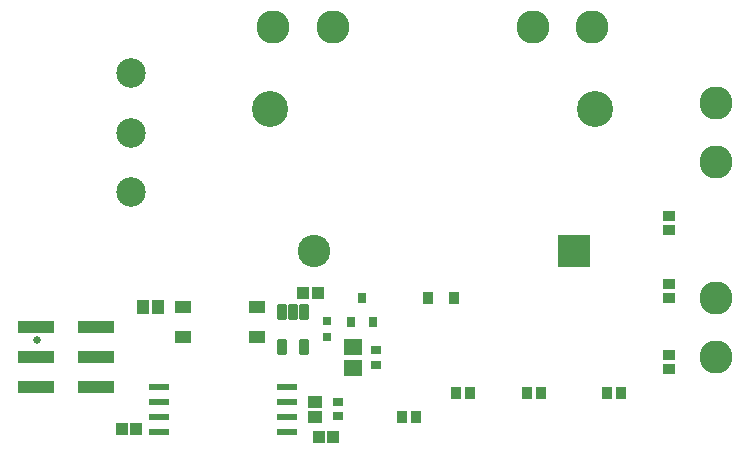
<source format=gts>
%FSTAX23Y23*%
%MOIN*%
%SFA1B1*%

%IPPOS*%
%AMD31*
4,1,8,0.010900,0.027600,-0.010900,0.027600,-0.016800,0.021700,-0.016800,-0.021700,-0.010900,-0.027600,0.010900,-0.027600,0.016800,-0.021700,0.016800,0.021700,0.010900,0.027600,0.0*
1,1,0.011843,0.010900,0.021700*
1,1,0.011843,-0.010900,0.021700*
1,1,0.011843,-0.010900,-0.021700*
1,1,0.011843,0.010900,-0.021700*
%
%ADD16R,0.124016X0.039370*%
%ADD18R,0.035433X0.029527*%
%ADD20R,0.031496X0.035433*%
%ADD22R,0.027559X0.025591*%
%ADD24R,0.070866X0.023622*%
%ADD29R,0.041464X0.037527*%
%ADD30R,0.061149X0.053275*%
G04~CAMADD=31~8~0.0~0.0~335.9~552.4~59.2~0.0~15~0.0~0.0~0.0~0.0~0~0.0~0.0~0.0~0.0~0~0.0~0.0~0.0~0.0~335.9~552.4*
%ADD31D31*%
%ADD32R,0.039496X0.043433*%
%ADD33R,0.032803X0.040677*%
%ADD34R,0.052882X0.043827*%
%ADD35R,0.041464X0.045401*%
%ADD36R,0.045401X0.041464*%
%ADD37R,0.037527X0.041464*%
%ADD38C,0.098551*%
%ADD39C,0.120078*%
%ADD40C,0.108268*%
%ADD41R,0.108268X0.108268*%
%ADD42C,0.110362*%
%ADD43C,0.025716*%
%LNcapbank-1*%
%LPD*%
G54D16*
X01477Y02498D03*
Y02598D03*
Y02698D03*
X01278Y02498D03*
Y02598D03*
Y02698D03*
G54D18*
X02284Y02449D03*
Y02402D03*
X02411Y02574D03*
Y02622D03*
G54D20*
X02364Y02795D03*
X02401Y02716D03*
X02326D03*
G54D22*
X02245Y02719D03*
Y02666D03*
G54D24*
X01685Y02349D03*
Y02399D03*
Y02449D03*
Y02499D03*
X02114D03*
Y02449D03*
Y02399D03*
Y02349D03*
G54D29*
X03385Y02842D03*
Y02795D03*
Y02606D03*
Y02559D03*
Y0307D03*
Y03023D03*
G54D30*
X02332Y02563D03*
Y02632D03*
G54D31*
X0217Y02633D03*
X02095D03*
Y02749D03*
X02133D03*
X0217D03*
G54D32*
X02168Y02814D03*
X02217D03*
X02219Y02334D03*
X02268D03*
X01611Y02358D03*
X01562D03*
G54D33*
X02582Y02795D03*
X02669D03*
G54D34*
X01767Y02766D03*
Y02666D03*
X02012Y02766D03*
Y02666D03*
G54D35*
X01632Y02766D03*
X01684D03*
G54D36*
X02206Y0245D03*
Y02399D03*
G54D37*
X03228Y0248D03*
X03181D03*
X0296D03*
X02913D03*
X02724D03*
X02677D03*
X02543Y02401D03*
X02496D03*
G54D38*
X01594Y03149D03*
Y03346D03*
Y03546D03*
G54D39*
X02055Y03425D03*
X03141D03*
G54D40*
X02204Y02952D03*
G54D41*
X0307Y02952D03*
G54D42*
X03543Y02598D03*
Y02796D03*
Y03248D03*
Y03446D03*
X02933Y037D03*
X03131D03*
X02067D03*
X02265D03*
G54D43*
X01279Y02657D03*
M02*
</source>
